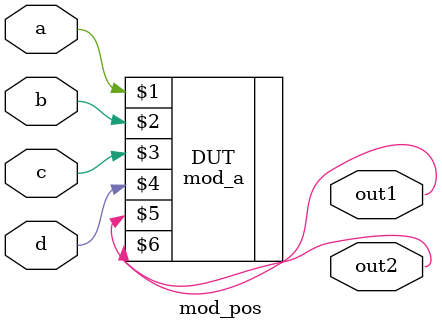
<source format=sv>
module mod_pos (
	input 	a, b, c, d,
	output	out1, out2
);

	// 代码量预计1行
	mod_a DUT(a, b, c, d, out1, out2);

endmodule

</source>
